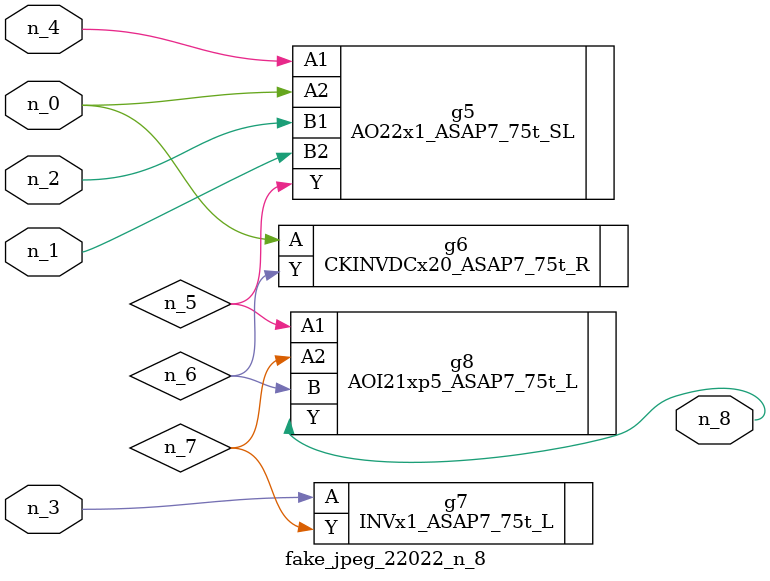
<source format=v>
module fake_jpeg_22022_n_8 (n_3, n_2, n_1, n_0, n_4, n_8);

input n_3;
input n_2;
input n_1;
input n_0;
input n_4;

output n_8;

wire n_6;
wire n_5;
wire n_7;

AO22x1_ASAP7_75t_SL g5 ( 
.A1(n_4),
.A2(n_0),
.B1(n_2),
.B2(n_1),
.Y(n_5)
);

CKINVDCx20_ASAP7_75t_R g6 ( 
.A(n_0),
.Y(n_6)
);

INVx1_ASAP7_75t_L g7 ( 
.A(n_3),
.Y(n_7)
);

AOI21xp5_ASAP7_75t_L g8 ( 
.A1(n_5),
.A2(n_7),
.B(n_6),
.Y(n_8)
);


endmodule
</source>
